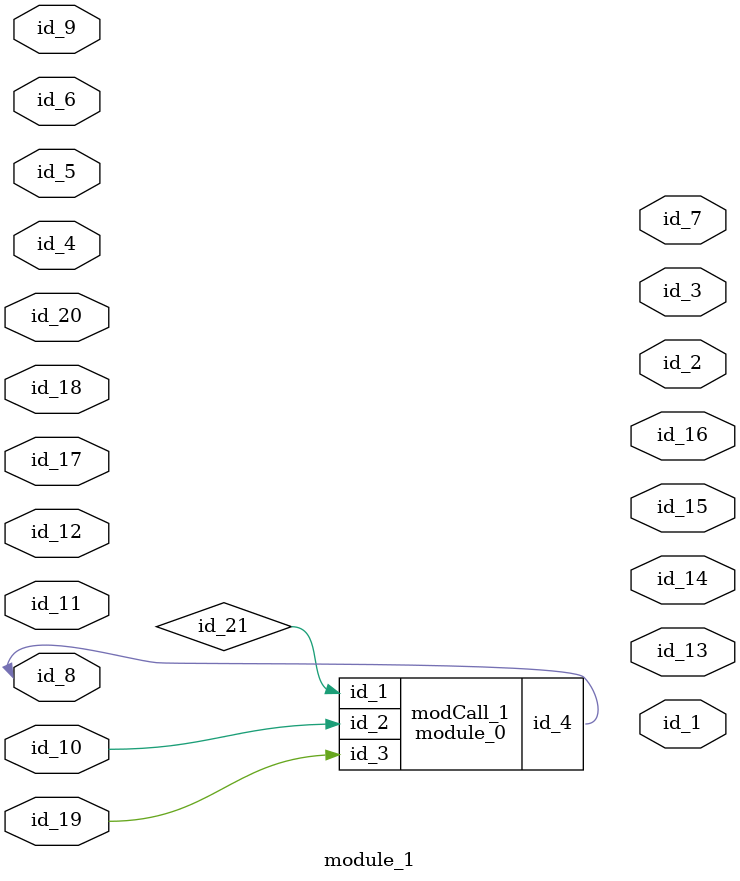
<source format=v>
module module_0 (
    id_1,
    id_2,
    id_3,
    id_4
);
  output wire id_4;
  input wire id_3;
  input wire id_2;
  input wire id_1;
  assign id_4 = 1'b0 - 1;
endmodule
module module_1 (
    id_1,
    id_2,
    id_3,
    id_4,
    id_5,
    id_6,
    id_7,
    id_8,
    id_9,
    id_10,
    id_11,
    id_12,
    id_13,
    id_14,
    id_15,
    id_16,
    id_17,
    id_18,
    id_19,
    id_20
);
  input wire id_20;
  inout wire id_19;
  inout wire id_18;
  inout wire id_17;
  output wire id_16;
  output wire id_15;
  output wire id_14;
  output wire id_13;
  inout wire id_12;
  input wire id_11;
  inout wire id_10;
  inout wire id_9;
  inout wire id_8;
  output wire id_7;
  inout wire id_6;
  inout wire id_5;
  input wire id_4;
  output wire id_3;
  output wire id_2;
  output wire id_1;
  wire id_21;
  module_0 modCall_1 (
      id_21,
      id_10,
      id_19,
      id_8
  );
  wire id_22;
endmodule

</source>
